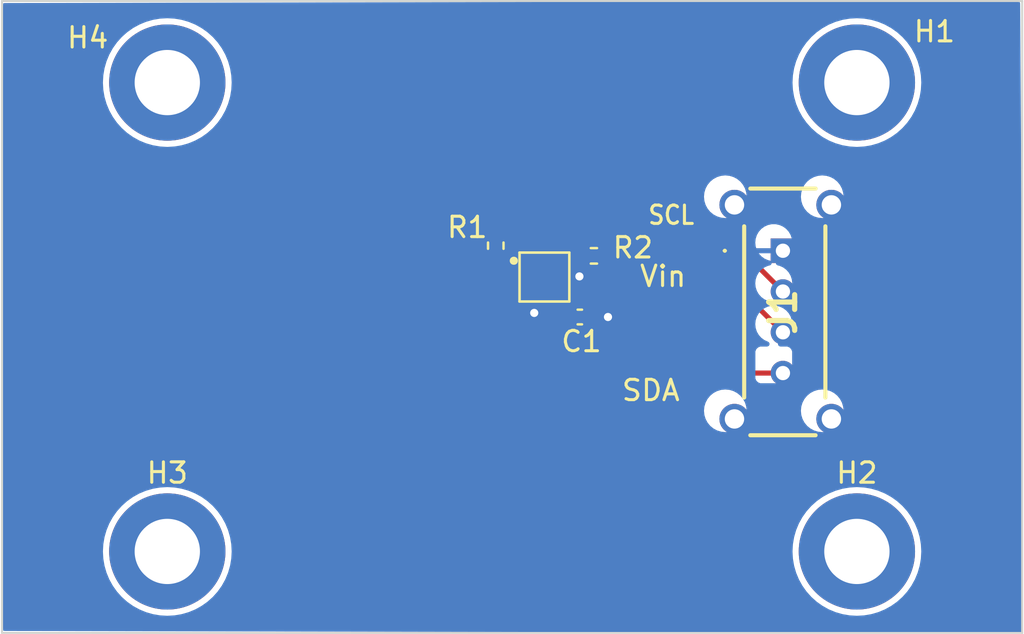
<source format=kicad_pcb>
(kicad_pcb (version 20221018) (generator pcbnew)
  (layers (0 "F.Cu" signal) (31 "B.Cu" power) (34 "B.Paste" user) (35 "F.Paste" user) (36 "B.SilkS" user "B.Silkscreen") (37 "F.SilkS" user "F.Silkscreen") (38 "B.Mask" user) (39 "F.Mask" user) (44 "Edge.Cuts" user))
  (net 0 "")
  (net 1 "+3.3V")
  (net 2 "GND")
  (net 3 "Net-(U1-SDO{slash}ADDR)")
  (net 4 "Net-(U1-nCS)")
  (net 5 "/SDA")
  (net 9 "/SCL")
  (footprint "Resistor_SMD:R_0402_1005Metric" (layer "F.Cu") (at 141.81 88.9)
    (fp_text reference "R2" (at 1.91 -0.4) (layer "F.SilkS"))
    (fp_text value "4.7k" hide)
    (fp_line (start -0.153641 -0.38) (end 0.153641 -0.38) (stroke (width 0.12)) (layer "F.SilkS"))
    (fp_line (start -0.153641 0.38) (end 0.153641 0.38) (stroke (width 0.12)) (layer "F.SilkS"))
    (pad "1" smd roundrect (at -0.51 0) (size 0.54 0.64) (layers "F.Cu" "F.Paste" "F.Mask") (net 4 "Net-(U1-nCS)"))
    (pad "2" smd roundrect (at 0.51 0) (size 0.54 0.64) (layers "F.Cu" "F.Paste" "F.Mask") (net 1 "+3.3V"))
  )
  (footprint "MountingHole:MountingHole_3.2mm_M3_ISO7380_Pad_TopBottom" (layer "F.Cu") (at 120.9 80.4)
    (fp_text reference "H4" (at -3.9 -2.2) (layer "F.SilkS"))
    (fp_text value "MountingHole_Pad" hide)
    (pad "1" thru_hole circle (at 0 0) (size 3.6 3.6) (drill 3.2) (layers "*.Cu" "*.Mask"))
    (pad "1" connect circle (at 0 0) (size 5.7 5.7) (layers "F.Cu" "F.Mask"))
    (pad "1" connect circle (at 0 0) (size 5.7 5.7) (layers "B.Cu" "B.Mask"))
  )
  (footprint "Capacitor_SMD:C_0402_1005Metric" (layer "F.Cu") (at 141.12 91.9)
    (fp_text reference "C1" (at 0.08 1.2) (layer "F.SilkS"))
    (fp_text value "0.1u" hide)
    (fp_line (start -0.107836 -0.36) (end 0.107836 -0.36) (stroke (width 0.12)) (layer "F.SilkS"))
    (fp_line (start -0.107836 0.36) (end 0.107836 0.36) (stroke (width 0.12)) (layer "F.SilkS"))
    (pad "1" smd roundrect (at -0.48 0) (size 0.56 0.62) (layers "F.Cu" "F.Paste" "F.Mask") (net 1 "+3.3V"))
    (pad "2" smd roundrect (at 0.48 0) (size 0.56 0.62) (layers "F.Cu" "F.Paste" "F.Mask") (net 2 "GND"))
  )
  (footprint "Resistor_SMD:R_0402_1005Metric" (layer "F.Cu") (at 137 88.4 90)
    (fp_text reference "R1" (at 0.9 -1.4 180) (layer "F.SilkS"))
    (fp_text value "4.7k" hide)
    (fp_line (start -0.153641 -0.38) (end 0.153641 -0.38) (stroke (width 0.12)) (layer "F.SilkS"))
    (fp_line (start -0.153641 0.38) (end 0.153641 0.38) (stroke (width 0.12)) (layer "F.SilkS"))
    (pad "1" smd roundrect (at -0.51 0 90) (size 0.54 0.64) (layers "F.Cu" "F.Paste" "F.Mask") (net 3 "Net-(U1-SDO{slash}ADDR)"))
    (pad "2" smd roundrect (at 0.51 0 90) (size 0.54 0.64) (layers "F.Cu" "F.Paste" "F.Mask") (net 1 "+3.3V"))
  )
  (footprint "MountingHole:MountingHole_3.2mm_M3_ISO7380_Pad_TopBottom" (layer "F.Cu") (at 154.7 103.4)
    (fp_text reference "H2" (at 0 -3.85) (layer "F.SilkS"))
    (fp_text value "MountingHole_Pad" hide)
    (pad "1" thru_hole circle (at 0 0) (size 3.6 3.6) (drill 3.2) (layers "*.Cu" "*.Mask"))
    (pad "1" connect circle (at 0 0) (size 5.7 5.7) (layers "F.Cu" "F.Mask"))
    (pad "1" connect circle (at 0 0) (size 5.7 5.7) (layers "B.Cu" "B.Mask"))
  )
  (footprint "KiCad:M808770405" (layer "F.Cu") (at 151.075 88.65 90)
    (fp_text reference "J1" (at -3 0 90) (layer "F.SilkS") (effects (font (size 1.27 1.27) (thickness 0.254))))
    (fp_text value "M80-8770405" hide)
    (fp_line (start -9.05 1.6) (end -9.05 -1.6) (stroke (width 0.2)) (layer "F.SilkS"))
    (fp_line (start 0 -2.9) (end 0 -2.9) (stroke (width 0.1)) (layer "F.SilkS"))
    (fp_line (start 0 -2.8) (end 0 -2.8) (stroke (width 0.1)) (layer "F.SilkS"))
    (fp_line (start 1.2 -1.9) (end -7.2 -1.9) (stroke (width 0.2)) (layer "F.SilkS"))
    (fp_line (start 1.2 2.08) (end -7.2 2.08) (stroke (width 0.2)) (layer "F.SilkS"))
    (fp_line (start 3.05 -1.6) (end 3.05 1.6) (stroke (width 0.2)) (layer "F.SilkS"))
    (fp_arc (start 0 -2.9) (mid 0.05 -2.85) (end 0 -2.8) (stroke (width 0.1)) (layer "F.SilkS"))
    (fp_arc (start 0 -2.8) (mid -0.05 -2.85) (end 0 -2.9) (stroke (width 0.1)) (layer "F.SilkS"))
    (pad "1" thru_hole rect (at 0 0 90) (size 1.2 1.2) (drill 0.7) (layers "*.Cu" "*.Mask") (net 2 "GND"))
    (pad "2" thru_hole circle (at -2 0 90) (size 1.2 1.2) (drill 0.7) (layers "*.Cu" "*.Mask") (net 9 "/SCL"))
    (pad "3" thru_hole circle (at -4 0 90) (size 1.2 1.2) (drill 0.7) (layers "*.Cu" "*.Mask") (net 1 "+3.3V"))
    (pad "4" thru_hole circle (at -6 0 90) (size 1.2 1.2) (drill 0.7) (layers "*.Cu" "*.Mask") (net 5 "/SDA"))
    (pad "MH1" thru_hole circle (at 2.25 -2.375 90) (size 1.478 1.478) (drill 0.95) (layers "*.Cu" "*.Mask"))
    (pad "MH2" thru_hole circle (at 2.25 2.375 90) (size 1.478 1.478) (drill 0.95) (layers "*.Cu" "*.Mask"))
    (pad "MH3" thru_hole circle (at -8.25 2.375 90) (size 1.478 1.478) (drill 0.95) (layers "*.Cu" "*.Mask"))
    (pad "MH4" thru_hole circle (at -8.25 -2.375 90) (size 1.478 1.478) (drill 0.95) (layers "*.Cu" "*.Mask"))
  )
  (footprint "XDCR_KX003-1077:XDCR_KX003-1077" (layer "F.Cu") (at 139.385 89.94)
    (fp_text reference "U1" hide)
    (fp_text value "KX134-1211")
    (fp_line (start -1.22 -1.2) (end 1.22 -1.2) (stroke (width 0.127)) (layer "F.SilkS"))
    (fp_line (start -1.22 1.2) (end -1.22 -1.2) (stroke (width 0.127)) (layer "F.SilkS"))
    (fp_line (start 1.22 -1.2) (end 1.22 1.2) (stroke (width 0.127)) (layer "F.SilkS"))
    (fp_line (start 1.22 1.2) (end -1.22 1.2) (stroke (width 0.127)) (layer "F.SilkS"))
    (fp_circle (center -1.5 -0.8) (end -1.4 -0.8) (stroke (width 0.2)) (fill none) (layer "F.SilkS"))
    (pad "1" smd rect (at -0.7625 -0.75) (size 0.275 0.25) (layers "F.Cu" "F.Paste") (net 3 "Net-(U1-SDO{slash}ADDR)"))
    (pad "2" smd rect (at -0.7625 -0.25) (size 0.275 0.25) (layers "F.Cu" "F.Paste") (net 5 "/SDA"))
    (pad "3" smd rect (at -0.7625 0.25) (size 0.275 0.25) (layers "F.Cu" "F.Paste") (net 1 "+3.3V"))
    (pad "4" smd rect (at -0.7625 0.75) (size 0.275 0.25) (layers "F.Cu" "F.Paste") (net 2 "GND"))
    (pad "5" smd rect (at -0.25 0.7625 90) (size 0.275 0.25) (layers "F.Cu" "F.Paste"))
    (pad "6" smd rect (at 0.25 0.7625 90) (size 0.275 0.25) (layers "F.Cu" "F.Paste"))
    (pad "7" smd rect (at 0.7625 0.75) (size 0.275 0.25) (layers "F.Cu" "F.Paste") (net 1 "+3.3V"))
    (pad "8" smd rect (at 0.7625 0.25) (size 0.275 0.25) (layers "F.Cu" "F.Paste") (net 2 "GND"))
    (pad "9" smd rect (at 0.7625 -0.25) (size 0.275 0.25) (layers "F.Cu" "F.Paste") (net 2 "GND"))
    (pad "10" smd rect (at 0.7625 -0.75) (size 0.275 0.25) (layers "F.Cu" "F.Paste") (net 4 "Net-(U1-nCS)"))
    (pad "11" smd rect (at 0.25 -0.7625 90) (size 0.275 0.25) (layers "F.Cu" "F.Paste"))
    (pad "12" smd rect (at -0.25 -0.7625 90) (size 0.275 0.25) (layers "F.Cu" "F.Paste") (net 9 "/SCL"))
  )
  (footprint "MountingHole:MountingHole_3.2mm_M3_ISO7380_Pad_TopBottom" (layer "F.Cu") (at 154.7 80.4)
    (fp_text reference "H1" (at 3.8 -2.5) (layer "F.SilkS"))
    (fp_text value "MountingHole_Pad" hide)
    (pad "1" thru_hole circle (at 0 0) (size 3.6 3.6) (drill 3.2) (layers "*.Cu" "*.Mask"))
    (pad "1" connect circle (at 0 0) (size 5.7 5.7) (layers "F.Cu" "F.Mask"))
    (pad "1" connect circle (at 0 0) (size 5.7 5.7) (layers "B.Cu" "B.Mask"))
  )
  (footprint "MountingHole:MountingHole_3.2mm_M3_ISO7380_Pad_TopBottom" (layer "F.Cu") (at 120.9 103.4)
    (fp_text reference "H3" (at 0 -3.85) (layer "F.SilkS"))
    (fp_text value "MountingHole_Pad" hide)
    (pad "1" thru_hole circle (at 0 0) (size 3.6 3.6) (drill 3.2) (layers "*.Cu" "*.Mask"))
    (pad "1" connect circle (at 0 0) (size 5.7 5.7) (layers "F.Cu" "F.Mask"))
    (pad "1" connect circle (at 0 0) (size 5.7 5.7) (layers "B.Cu" "B.Mask"))
  )
  (gr_line (start 162.8 76.4) (end 112.8 76.4) (stroke (width 0.1)) (layer "Edge.Cuts"))
  (gr_line (start 112.8 107.4) (end 162.8 107.4) (stroke (width 0.1)) (layer "Edge.Cuts"))
  (gr_line (start 112.8 76.4) (end 112.8 107.4) (stroke (width 0.1)) (layer "Edge.Cuts"))
  (gr_line (start 162.8 107.4) (end 162.8 76.4) (stroke (width 0.1)) (layer "Edge.Cuts"))
  (gr_text "SDA" (at 144.6 95.5) (layer "F.SilkS") (effects (font (size 1 1))))
  (gr_text "SCL" (at 145.6 86.9) (layer "F.SilkS") (effects (font (size 0.9 0.8))))
  (gr_text "Vin" (at 145.2 89.9) (layer "F.SilkS") (effects (font (size 1 1))))
  (segment (start 140.1475 90.69) (end 140.1475 91.4075) (width 0.25) (layer "F.Cu") (net 1))
  (segment (start 142.32 90.67) (end 142.3 90.69) (width 0.25) (layer "F.Cu") (net 1))
  (segment (start 149.115 90.69) (end 151.075 92.65) (width 0.25) (layer "F.Cu") (net 1))
  (segment (start 142.32 88.9) (end 142.32 90.67) (width 0.25) (layer "F.Cu") (net 1))
  (segment (start 140.1475 90.69) (end 142.3 90.69) (width 0.25) (layer "F.Cu") (net 1))
  (segment (start 142.3 90.69) (end 149.115 90.69) (width 0.25) (layer "F.Cu") (net 1))
  (segment (start 140.1475 91.4075) (end 140.64 91.9) (width 0.25) (layer "F.Cu") (net 1))
  (segment (start 140.1475 90.19) (end 140.818393 90.19) (width 0.25) (layer "F.Cu") (net 2))
  (segment (start 140.818393 90.19) (end 141.099434 89.908959) (width 0.25) (layer "F.Cu") (net 2))
  (segment (start 138.6225 90.69) (end 138.6225 91.438) (width 0.25) (layer "F.Cu") (net 2))
  (segment (start 138.6225 91.438) (end 138.8845 91.7) (width 0.25) (layer "F.Cu") (net 2))
  (segment (start 140.880475 89.69) (end 141.099434 89.908959) (width 0.25) (layer "F.Cu") (net 2))
  (segment (start 141.6 91.9) (end 142.5 91.9) (width 0.25) (layer "F.Cu") (net 2))
  (segment (start 140.1475 89.69) (end 140.880475 89.69) (width 0.25) (layer "F.Cu") (net 2))
  (via (at 138.8845 91.7) (size 0.8) (drill 0.4) (layers "F.Cu" "B.Cu") (net 2))
  (via (at 141.099434 89.908959) (size 0.8) (drill 0.4) (layers "F.Cu" "B.Cu") (net 2))
  (via (at 142.5 91.9) (size 0.8) (drill 0.4) (layers "F.Cu" "B.Cu") (net 2))
  (segment (start 146.3 88.75) (end 146.4 88.65) (width 0.25) (layer "B.Cu") (net 2))
  (segment (start 138.9 91.7) (end 141.3 94.1) (width 0.25) (layer "B.Cu") (net 2))
  (segment (start 144.95 88.65) (end 146.4 88.65) (width 0.25) (layer "B.Cu") (net 2))
  (segment (start 146.3 91.6) (end 146.3 88.75) (width 0.25) (layer "B.Cu") (net 2))
  (segment (start 144.5 91.9) (end 146 91.9) (width 0.25) (layer "B.Cu") (net 2))
  (segment (start 141.3 94.1) (end 144.4 94.1) (width 0.25) (layer "B.Cu") (net 2))
  (segment (start 141.099434 89.908959) (end 143.691041 89.908959) (width 0.25) (layer "B.Cu") (net 2))
  (segment (start 143.691041 89.908959) (end 144.95 88.65) (width 0.25) (layer "B.Cu") (net 2))
  (segment (start 144.4 92) (end 144.5 91.9) (width 0.25) (layer "B.Cu") (net 2))
  (segment (start 146 91.9) (end 146.3 91.6) (width 0.25) (layer "B.Cu") (net 2))
  (segment (start 142.5 91.9) (end 144.5 91.9) (width 0.25) (layer "B.Cu") (net 2))
  (segment (start 144.4 94.1) (end 144.4 92) (width 0.25) (layer "B.Cu") (net 2))
  (segment (start 146.4 88.65) (end 151.075 88.65) (width 0.25) (layer "B.Cu") (net 2))
  (segment (start 138.8845 91.7) (end 138.9 91.7) (width 0.25) (layer "B.Cu") (net 2))
  (segment (start 138.8845 91.7) (end 139.2 91.7) (width 0.25) (layer "B.Cu") (net 2))
  (segment (start 137 88.91) (end 138.3425 88.91) (width 0.25) (layer "F.Cu") (net 3))
  (segment (start 138.3425 88.91) (end 138.6225 89.19) (width 0.25) (layer "F.Cu") (net 3))
  (segment (start 140.1475 89.19) (end 141.01 89.19) (width 0.25) (layer "F.Cu") (net 4))
  (segment (start 141.01 89.19) (end 141.3 88.9) (width 0.25) (layer "F.Cu") (net 4))
  (segment (start 138.16 89.74) (end 138.16 92.26) (width 0.25) (layer "F.Cu") (net 5))
  (segment (start 138.21 89.69) (end 138.16 89.74) (width 0.25) (layer "F.Cu") (net 5))
  (segment (start 140.55 94.65) (end 151.075 94.65) (width 0.25) (layer "F.Cu") (net 5))
  (segment (start 138.16 92.26) (end 140.55 94.65) (width 0.25) (layer "F.Cu") (net 5))
  (segment (start 138.6225 89.69) (end 138.21 89.69) (width 0.25) (layer "F.Cu") (net 5))
  (segment (start 139.135 89.1775) (end 139.135 88.765) (width 0.25) (layer "F.Cu") (net 9))
  (segment (start 139.135 88.765) (end 140.3 87.6) (width 0.25) (layer "F.Cu") (net 9))
  (segment (start 148.025 87.6) (end 151.075 90.65) (width 0.25) (layer "F.Cu") (net 9))
  (segment (start 140.3 87.6) (end 148.025 87.6) (width 0.25) (layer "F.Cu") (net 9))
  (zone (net 2) (net_name "GND") (layer "B.Cu") (connect_pads (clearance 0.3)) (min_thickness 0.25) (fill yes (thermal_gap 0.5) (thermal_bridge_width 0.5))
    (polygon (pts (xy 112.8 76.5) (xy 112.7 107.3) (xy 162.9 107.4) (xy 162.7 76.4)))
  )
)
</source>
